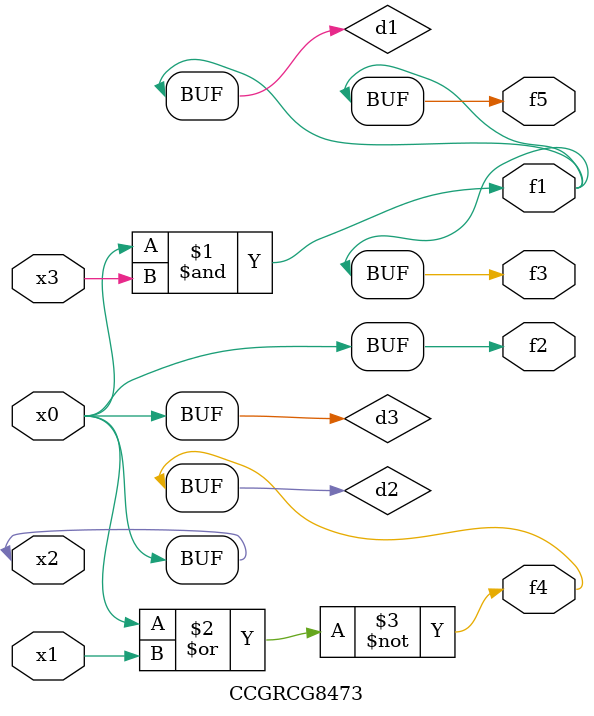
<source format=v>
module CCGRCG8473(
	input x0, x1, x2, x3,
	output f1, f2, f3, f4, f5
);

	wire d1, d2, d3;

	and (d1, x2, x3);
	nor (d2, x0, x1);
	buf (d3, x0, x2);
	assign f1 = d1;
	assign f2 = d3;
	assign f3 = d1;
	assign f4 = d2;
	assign f5 = d1;
endmodule

</source>
